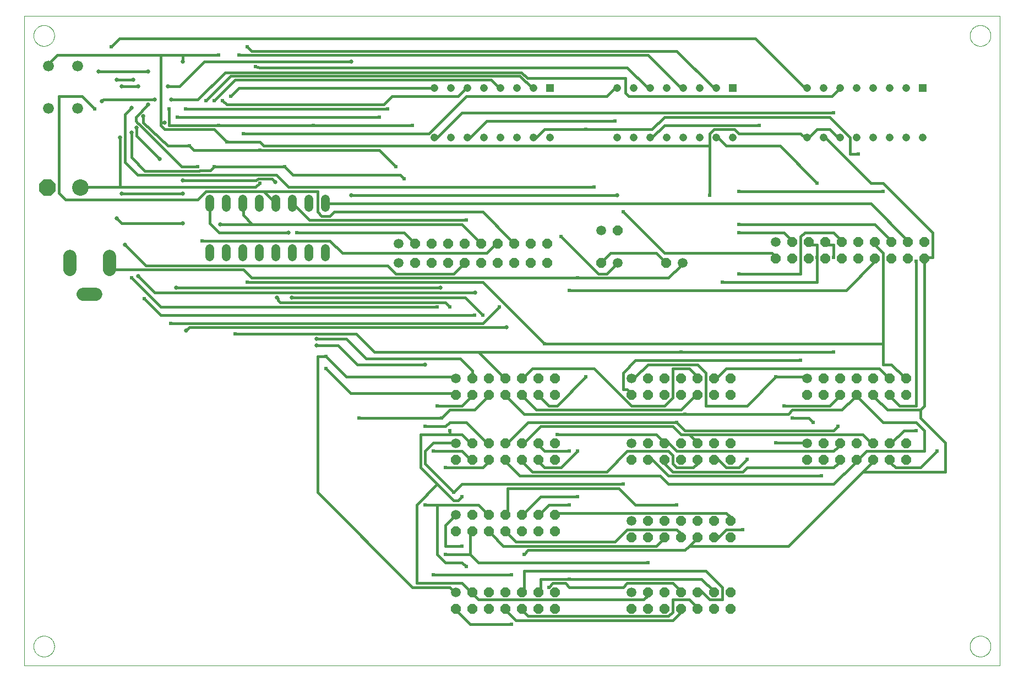
<source format=gbl>
G75*
%MOIN*%
%OFA0B0*%
%FSLAX25Y25*%
%IPPOS*%
%LPD*%
%AMOC8*
5,1,8,0,0,1.08239X$1,22.5*
%
%ADD10C,0.00000*%
%ADD11C,0.05200*%
%ADD12R,0.04756X0.04756*%
%ADD13C,0.04756*%
%ADD14C,0.10000*%
%ADD15OC8,0.10000*%
%ADD16C,0.06600*%
%ADD17C,0.07874*%
%ADD18C,0.05937*%
%ADD19OC8,0.05937*%
%ADD20C,0.02578*%
%ADD21C,0.01700*%
%ADD22C,0.01500*%
%ADD23C,0.02400*%
D10*
X0003630Y0001000D02*
X0003630Y0394701D01*
X0594181Y0394701D01*
X0594181Y0001000D01*
X0003630Y0001000D01*
X0009142Y0012811D02*
X0009144Y0012969D01*
X0009150Y0013127D01*
X0009160Y0013285D01*
X0009174Y0013443D01*
X0009192Y0013600D01*
X0009213Y0013757D01*
X0009239Y0013913D01*
X0009269Y0014069D01*
X0009302Y0014224D01*
X0009340Y0014377D01*
X0009381Y0014530D01*
X0009426Y0014682D01*
X0009475Y0014833D01*
X0009528Y0014982D01*
X0009584Y0015130D01*
X0009644Y0015276D01*
X0009708Y0015421D01*
X0009776Y0015564D01*
X0009847Y0015706D01*
X0009921Y0015846D01*
X0009999Y0015983D01*
X0010081Y0016119D01*
X0010165Y0016253D01*
X0010254Y0016384D01*
X0010345Y0016513D01*
X0010440Y0016640D01*
X0010537Y0016765D01*
X0010638Y0016887D01*
X0010742Y0017006D01*
X0010849Y0017123D01*
X0010959Y0017237D01*
X0011072Y0017348D01*
X0011187Y0017457D01*
X0011305Y0017562D01*
X0011426Y0017664D01*
X0011549Y0017764D01*
X0011675Y0017860D01*
X0011803Y0017953D01*
X0011933Y0018043D01*
X0012066Y0018129D01*
X0012201Y0018213D01*
X0012337Y0018292D01*
X0012476Y0018369D01*
X0012617Y0018441D01*
X0012759Y0018511D01*
X0012903Y0018576D01*
X0013049Y0018638D01*
X0013196Y0018696D01*
X0013345Y0018751D01*
X0013495Y0018802D01*
X0013646Y0018849D01*
X0013798Y0018892D01*
X0013951Y0018931D01*
X0014106Y0018967D01*
X0014261Y0018998D01*
X0014417Y0019026D01*
X0014573Y0019050D01*
X0014730Y0019070D01*
X0014888Y0019086D01*
X0015045Y0019098D01*
X0015204Y0019106D01*
X0015362Y0019110D01*
X0015520Y0019110D01*
X0015678Y0019106D01*
X0015837Y0019098D01*
X0015994Y0019086D01*
X0016152Y0019070D01*
X0016309Y0019050D01*
X0016465Y0019026D01*
X0016621Y0018998D01*
X0016776Y0018967D01*
X0016931Y0018931D01*
X0017084Y0018892D01*
X0017236Y0018849D01*
X0017387Y0018802D01*
X0017537Y0018751D01*
X0017686Y0018696D01*
X0017833Y0018638D01*
X0017979Y0018576D01*
X0018123Y0018511D01*
X0018265Y0018441D01*
X0018406Y0018369D01*
X0018545Y0018292D01*
X0018681Y0018213D01*
X0018816Y0018129D01*
X0018949Y0018043D01*
X0019079Y0017953D01*
X0019207Y0017860D01*
X0019333Y0017764D01*
X0019456Y0017664D01*
X0019577Y0017562D01*
X0019695Y0017457D01*
X0019810Y0017348D01*
X0019923Y0017237D01*
X0020033Y0017123D01*
X0020140Y0017006D01*
X0020244Y0016887D01*
X0020345Y0016765D01*
X0020442Y0016640D01*
X0020537Y0016513D01*
X0020628Y0016384D01*
X0020717Y0016253D01*
X0020801Y0016119D01*
X0020883Y0015983D01*
X0020961Y0015846D01*
X0021035Y0015706D01*
X0021106Y0015564D01*
X0021174Y0015421D01*
X0021238Y0015276D01*
X0021298Y0015130D01*
X0021354Y0014982D01*
X0021407Y0014833D01*
X0021456Y0014682D01*
X0021501Y0014530D01*
X0021542Y0014377D01*
X0021580Y0014224D01*
X0021613Y0014069D01*
X0021643Y0013913D01*
X0021669Y0013757D01*
X0021690Y0013600D01*
X0021708Y0013443D01*
X0021722Y0013285D01*
X0021732Y0013127D01*
X0021738Y0012969D01*
X0021740Y0012811D01*
X0021738Y0012653D01*
X0021732Y0012495D01*
X0021722Y0012337D01*
X0021708Y0012179D01*
X0021690Y0012022D01*
X0021669Y0011865D01*
X0021643Y0011709D01*
X0021613Y0011553D01*
X0021580Y0011398D01*
X0021542Y0011245D01*
X0021501Y0011092D01*
X0021456Y0010940D01*
X0021407Y0010789D01*
X0021354Y0010640D01*
X0021298Y0010492D01*
X0021238Y0010346D01*
X0021174Y0010201D01*
X0021106Y0010058D01*
X0021035Y0009916D01*
X0020961Y0009776D01*
X0020883Y0009639D01*
X0020801Y0009503D01*
X0020717Y0009369D01*
X0020628Y0009238D01*
X0020537Y0009109D01*
X0020442Y0008982D01*
X0020345Y0008857D01*
X0020244Y0008735D01*
X0020140Y0008616D01*
X0020033Y0008499D01*
X0019923Y0008385D01*
X0019810Y0008274D01*
X0019695Y0008165D01*
X0019577Y0008060D01*
X0019456Y0007958D01*
X0019333Y0007858D01*
X0019207Y0007762D01*
X0019079Y0007669D01*
X0018949Y0007579D01*
X0018816Y0007493D01*
X0018681Y0007409D01*
X0018545Y0007330D01*
X0018406Y0007253D01*
X0018265Y0007181D01*
X0018123Y0007111D01*
X0017979Y0007046D01*
X0017833Y0006984D01*
X0017686Y0006926D01*
X0017537Y0006871D01*
X0017387Y0006820D01*
X0017236Y0006773D01*
X0017084Y0006730D01*
X0016931Y0006691D01*
X0016776Y0006655D01*
X0016621Y0006624D01*
X0016465Y0006596D01*
X0016309Y0006572D01*
X0016152Y0006552D01*
X0015994Y0006536D01*
X0015837Y0006524D01*
X0015678Y0006516D01*
X0015520Y0006512D01*
X0015362Y0006512D01*
X0015204Y0006516D01*
X0015045Y0006524D01*
X0014888Y0006536D01*
X0014730Y0006552D01*
X0014573Y0006572D01*
X0014417Y0006596D01*
X0014261Y0006624D01*
X0014106Y0006655D01*
X0013951Y0006691D01*
X0013798Y0006730D01*
X0013646Y0006773D01*
X0013495Y0006820D01*
X0013345Y0006871D01*
X0013196Y0006926D01*
X0013049Y0006984D01*
X0012903Y0007046D01*
X0012759Y0007111D01*
X0012617Y0007181D01*
X0012476Y0007253D01*
X0012337Y0007330D01*
X0012201Y0007409D01*
X0012066Y0007493D01*
X0011933Y0007579D01*
X0011803Y0007669D01*
X0011675Y0007762D01*
X0011549Y0007858D01*
X0011426Y0007958D01*
X0011305Y0008060D01*
X0011187Y0008165D01*
X0011072Y0008274D01*
X0010959Y0008385D01*
X0010849Y0008499D01*
X0010742Y0008616D01*
X0010638Y0008735D01*
X0010537Y0008857D01*
X0010440Y0008982D01*
X0010345Y0009109D01*
X0010254Y0009238D01*
X0010165Y0009369D01*
X0010081Y0009503D01*
X0009999Y0009639D01*
X0009921Y0009776D01*
X0009847Y0009916D01*
X0009776Y0010058D01*
X0009708Y0010201D01*
X0009644Y0010346D01*
X0009584Y0010492D01*
X0009528Y0010640D01*
X0009475Y0010789D01*
X0009426Y0010940D01*
X0009381Y0011092D01*
X0009340Y0011245D01*
X0009302Y0011398D01*
X0009269Y0011553D01*
X0009239Y0011709D01*
X0009213Y0011865D01*
X0009192Y0012022D01*
X0009174Y0012179D01*
X0009160Y0012337D01*
X0009150Y0012495D01*
X0009144Y0012653D01*
X0009142Y0012811D01*
X0009142Y0382890D02*
X0009144Y0383048D01*
X0009150Y0383206D01*
X0009160Y0383364D01*
X0009174Y0383522D01*
X0009192Y0383679D01*
X0009213Y0383836D01*
X0009239Y0383992D01*
X0009269Y0384148D01*
X0009302Y0384303D01*
X0009340Y0384456D01*
X0009381Y0384609D01*
X0009426Y0384761D01*
X0009475Y0384912D01*
X0009528Y0385061D01*
X0009584Y0385209D01*
X0009644Y0385355D01*
X0009708Y0385500D01*
X0009776Y0385643D01*
X0009847Y0385785D01*
X0009921Y0385925D01*
X0009999Y0386062D01*
X0010081Y0386198D01*
X0010165Y0386332D01*
X0010254Y0386463D01*
X0010345Y0386592D01*
X0010440Y0386719D01*
X0010537Y0386844D01*
X0010638Y0386966D01*
X0010742Y0387085D01*
X0010849Y0387202D01*
X0010959Y0387316D01*
X0011072Y0387427D01*
X0011187Y0387536D01*
X0011305Y0387641D01*
X0011426Y0387743D01*
X0011549Y0387843D01*
X0011675Y0387939D01*
X0011803Y0388032D01*
X0011933Y0388122D01*
X0012066Y0388208D01*
X0012201Y0388292D01*
X0012337Y0388371D01*
X0012476Y0388448D01*
X0012617Y0388520D01*
X0012759Y0388590D01*
X0012903Y0388655D01*
X0013049Y0388717D01*
X0013196Y0388775D01*
X0013345Y0388830D01*
X0013495Y0388881D01*
X0013646Y0388928D01*
X0013798Y0388971D01*
X0013951Y0389010D01*
X0014106Y0389046D01*
X0014261Y0389077D01*
X0014417Y0389105D01*
X0014573Y0389129D01*
X0014730Y0389149D01*
X0014888Y0389165D01*
X0015045Y0389177D01*
X0015204Y0389185D01*
X0015362Y0389189D01*
X0015520Y0389189D01*
X0015678Y0389185D01*
X0015837Y0389177D01*
X0015994Y0389165D01*
X0016152Y0389149D01*
X0016309Y0389129D01*
X0016465Y0389105D01*
X0016621Y0389077D01*
X0016776Y0389046D01*
X0016931Y0389010D01*
X0017084Y0388971D01*
X0017236Y0388928D01*
X0017387Y0388881D01*
X0017537Y0388830D01*
X0017686Y0388775D01*
X0017833Y0388717D01*
X0017979Y0388655D01*
X0018123Y0388590D01*
X0018265Y0388520D01*
X0018406Y0388448D01*
X0018545Y0388371D01*
X0018681Y0388292D01*
X0018816Y0388208D01*
X0018949Y0388122D01*
X0019079Y0388032D01*
X0019207Y0387939D01*
X0019333Y0387843D01*
X0019456Y0387743D01*
X0019577Y0387641D01*
X0019695Y0387536D01*
X0019810Y0387427D01*
X0019923Y0387316D01*
X0020033Y0387202D01*
X0020140Y0387085D01*
X0020244Y0386966D01*
X0020345Y0386844D01*
X0020442Y0386719D01*
X0020537Y0386592D01*
X0020628Y0386463D01*
X0020717Y0386332D01*
X0020801Y0386198D01*
X0020883Y0386062D01*
X0020961Y0385925D01*
X0021035Y0385785D01*
X0021106Y0385643D01*
X0021174Y0385500D01*
X0021238Y0385355D01*
X0021298Y0385209D01*
X0021354Y0385061D01*
X0021407Y0384912D01*
X0021456Y0384761D01*
X0021501Y0384609D01*
X0021542Y0384456D01*
X0021580Y0384303D01*
X0021613Y0384148D01*
X0021643Y0383992D01*
X0021669Y0383836D01*
X0021690Y0383679D01*
X0021708Y0383522D01*
X0021722Y0383364D01*
X0021732Y0383206D01*
X0021738Y0383048D01*
X0021740Y0382890D01*
X0021738Y0382732D01*
X0021732Y0382574D01*
X0021722Y0382416D01*
X0021708Y0382258D01*
X0021690Y0382101D01*
X0021669Y0381944D01*
X0021643Y0381788D01*
X0021613Y0381632D01*
X0021580Y0381477D01*
X0021542Y0381324D01*
X0021501Y0381171D01*
X0021456Y0381019D01*
X0021407Y0380868D01*
X0021354Y0380719D01*
X0021298Y0380571D01*
X0021238Y0380425D01*
X0021174Y0380280D01*
X0021106Y0380137D01*
X0021035Y0379995D01*
X0020961Y0379855D01*
X0020883Y0379718D01*
X0020801Y0379582D01*
X0020717Y0379448D01*
X0020628Y0379317D01*
X0020537Y0379188D01*
X0020442Y0379061D01*
X0020345Y0378936D01*
X0020244Y0378814D01*
X0020140Y0378695D01*
X0020033Y0378578D01*
X0019923Y0378464D01*
X0019810Y0378353D01*
X0019695Y0378244D01*
X0019577Y0378139D01*
X0019456Y0378037D01*
X0019333Y0377937D01*
X0019207Y0377841D01*
X0019079Y0377748D01*
X0018949Y0377658D01*
X0018816Y0377572D01*
X0018681Y0377488D01*
X0018545Y0377409D01*
X0018406Y0377332D01*
X0018265Y0377260D01*
X0018123Y0377190D01*
X0017979Y0377125D01*
X0017833Y0377063D01*
X0017686Y0377005D01*
X0017537Y0376950D01*
X0017387Y0376899D01*
X0017236Y0376852D01*
X0017084Y0376809D01*
X0016931Y0376770D01*
X0016776Y0376734D01*
X0016621Y0376703D01*
X0016465Y0376675D01*
X0016309Y0376651D01*
X0016152Y0376631D01*
X0015994Y0376615D01*
X0015837Y0376603D01*
X0015678Y0376595D01*
X0015520Y0376591D01*
X0015362Y0376591D01*
X0015204Y0376595D01*
X0015045Y0376603D01*
X0014888Y0376615D01*
X0014730Y0376631D01*
X0014573Y0376651D01*
X0014417Y0376675D01*
X0014261Y0376703D01*
X0014106Y0376734D01*
X0013951Y0376770D01*
X0013798Y0376809D01*
X0013646Y0376852D01*
X0013495Y0376899D01*
X0013345Y0376950D01*
X0013196Y0377005D01*
X0013049Y0377063D01*
X0012903Y0377125D01*
X0012759Y0377190D01*
X0012617Y0377260D01*
X0012476Y0377332D01*
X0012337Y0377409D01*
X0012201Y0377488D01*
X0012066Y0377572D01*
X0011933Y0377658D01*
X0011803Y0377748D01*
X0011675Y0377841D01*
X0011549Y0377937D01*
X0011426Y0378037D01*
X0011305Y0378139D01*
X0011187Y0378244D01*
X0011072Y0378353D01*
X0010959Y0378464D01*
X0010849Y0378578D01*
X0010742Y0378695D01*
X0010638Y0378814D01*
X0010537Y0378936D01*
X0010440Y0379061D01*
X0010345Y0379188D01*
X0010254Y0379317D01*
X0010165Y0379448D01*
X0010081Y0379582D01*
X0009999Y0379718D01*
X0009921Y0379855D01*
X0009847Y0379995D01*
X0009776Y0380137D01*
X0009708Y0380280D01*
X0009644Y0380425D01*
X0009584Y0380571D01*
X0009528Y0380719D01*
X0009475Y0380868D01*
X0009426Y0381019D01*
X0009381Y0381171D01*
X0009340Y0381324D01*
X0009302Y0381477D01*
X0009269Y0381632D01*
X0009239Y0381788D01*
X0009213Y0381944D01*
X0009192Y0382101D01*
X0009174Y0382258D01*
X0009160Y0382416D01*
X0009150Y0382574D01*
X0009144Y0382732D01*
X0009142Y0382890D01*
X0576071Y0382890D02*
X0576073Y0383048D01*
X0576079Y0383206D01*
X0576089Y0383364D01*
X0576103Y0383522D01*
X0576121Y0383679D01*
X0576142Y0383836D01*
X0576168Y0383992D01*
X0576198Y0384148D01*
X0576231Y0384303D01*
X0576269Y0384456D01*
X0576310Y0384609D01*
X0576355Y0384761D01*
X0576404Y0384912D01*
X0576457Y0385061D01*
X0576513Y0385209D01*
X0576573Y0385355D01*
X0576637Y0385500D01*
X0576705Y0385643D01*
X0576776Y0385785D01*
X0576850Y0385925D01*
X0576928Y0386062D01*
X0577010Y0386198D01*
X0577094Y0386332D01*
X0577183Y0386463D01*
X0577274Y0386592D01*
X0577369Y0386719D01*
X0577466Y0386844D01*
X0577567Y0386966D01*
X0577671Y0387085D01*
X0577778Y0387202D01*
X0577888Y0387316D01*
X0578001Y0387427D01*
X0578116Y0387536D01*
X0578234Y0387641D01*
X0578355Y0387743D01*
X0578478Y0387843D01*
X0578604Y0387939D01*
X0578732Y0388032D01*
X0578862Y0388122D01*
X0578995Y0388208D01*
X0579130Y0388292D01*
X0579266Y0388371D01*
X0579405Y0388448D01*
X0579546Y0388520D01*
X0579688Y0388590D01*
X0579832Y0388655D01*
X0579978Y0388717D01*
X0580125Y0388775D01*
X0580274Y0388830D01*
X0580424Y0388881D01*
X0580575Y0388928D01*
X0580727Y0388971D01*
X0580880Y0389010D01*
X0581035Y0389046D01*
X0581190Y0389077D01*
X0581346Y0389105D01*
X0581502Y0389129D01*
X0581659Y0389149D01*
X0581817Y0389165D01*
X0581974Y0389177D01*
X0582133Y0389185D01*
X0582291Y0389189D01*
X0582449Y0389189D01*
X0582607Y0389185D01*
X0582766Y0389177D01*
X0582923Y0389165D01*
X0583081Y0389149D01*
X0583238Y0389129D01*
X0583394Y0389105D01*
X0583550Y0389077D01*
X0583705Y0389046D01*
X0583860Y0389010D01*
X0584013Y0388971D01*
X0584165Y0388928D01*
X0584316Y0388881D01*
X0584466Y0388830D01*
X0584615Y0388775D01*
X0584762Y0388717D01*
X0584908Y0388655D01*
X0585052Y0388590D01*
X0585194Y0388520D01*
X0585335Y0388448D01*
X0585474Y0388371D01*
X0585610Y0388292D01*
X0585745Y0388208D01*
X0585878Y0388122D01*
X0586008Y0388032D01*
X0586136Y0387939D01*
X0586262Y0387843D01*
X0586385Y0387743D01*
X0586506Y0387641D01*
X0586624Y0387536D01*
X0586739Y0387427D01*
X0586852Y0387316D01*
X0586962Y0387202D01*
X0587069Y0387085D01*
X0587173Y0386966D01*
X0587274Y0386844D01*
X0587371Y0386719D01*
X0587466Y0386592D01*
X0587557Y0386463D01*
X0587646Y0386332D01*
X0587730Y0386198D01*
X0587812Y0386062D01*
X0587890Y0385925D01*
X0587964Y0385785D01*
X0588035Y0385643D01*
X0588103Y0385500D01*
X0588167Y0385355D01*
X0588227Y0385209D01*
X0588283Y0385061D01*
X0588336Y0384912D01*
X0588385Y0384761D01*
X0588430Y0384609D01*
X0588471Y0384456D01*
X0588509Y0384303D01*
X0588542Y0384148D01*
X0588572Y0383992D01*
X0588598Y0383836D01*
X0588619Y0383679D01*
X0588637Y0383522D01*
X0588651Y0383364D01*
X0588661Y0383206D01*
X0588667Y0383048D01*
X0588669Y0382890D01*
X0588667Y0382732D01*
X0588661Y0382574D01*
X0588651Y0382416D01*
X0588637Y0382258D01*
X0588619Y0382101D01*
X0588598Y0381944D01*
X0588572Y0381788D01*
X0588542Y0381632D01*
X0588509Y0381477D01*
X0588471Y0381324D01*
X0588430Y0381171D01*
X0588385Y0381019D01*
X0588336Y0380868D01*
X0588283Y0380719D01*
X0588227Y0380571D01*
X0588167Y0380425D01*
X0588103Y0380280D01*
X0588035Y0380137D01*
X0587964Y0379995D01*
X0587890Y0379855D01*
X0587812Y0379718D01*
X0587730Y0379582D01*
X0587646Y0379448D01*
X0587557Y0379317D01*
X0587466Y0379188D01*
X0587371Y0379061D01*
X0587274Y0378936D01*
X0587173Y0378814D01*
X0587069Y0378695D01*
X0586962Y0378578D01*
X0586852Y0378464D01*
X0586739Y0378353D01*
X0586624Y0378244D01*
X0586506Y0378139D01*
X0586385Y0378037D01*
X0586262Y0377937D01*
X0586136Y0377841D01*
X0586008Y0377748D01*
X0585878Y0377658D01*
X0585745Y0377572D01*
X0585610Y0377488D01*
X0585474Y0377409D01*
X0585335Y0377332D01*
X0585194Y0377260D01*
X0585052Y0377190D01*
X0584908Y0377125D01*
X0584762Y0377063D01*
X0584615Y0377005D01*
X0584466Y0376950D01*
X0584316Y0376899D01*
X0584165Y0376852D01*
X0584013Y0376809D01*
X0583860Y0376770D01*
X0583705Y0376734D01*
X0583550Y0376703D01*
X0583394Y0376675D01*
X0583238Y0376651D01*
X0583081Y0376631D01*
X0582923Y0376615D01*
X0582766Y0376603D01*
X0582607Y0376595D01*
X0582449Y0376591D01*
X0582291Y0376591D01*
X0582133Y0376595D01*
X0581974Y0376603D01*
X0581817Y0376615D01*
X0581659Y0376631D01*
X0581502Y0376651D01*
X0581346Y0376675D01*
X0581190Y0376703D01*
X0581035Y0376734D01*
X0580880Y0376770D01*
X0580727Y0376809D01*
X0580575Y0376852D01*
X0580424Y0376899D01*
X0580274Y0376950D01*
X0580125Y0377005D01*
X0579978Y0377063D01*
X0579832Y0377125D01*
X0579688Y0377190D01*
X0579546Y0377260D01*
X0579405Y0377332D01*
X0579266Y0377409D01*
X0579130Y0377488D01*
X0578995Y0377572D01*
X0578862Y0377658D01*
X0578732Y0377748D01*
X0578604Y0377841D01*
X0578478Y0377937D01*
X0578355Y0378037D01*
X0578234Y0378139D01*
X0578116Y0378244D01*
X0578001Y0378353D01*
X0577888Y0378464D01*
X0577778Y0378578D01*
X0577671Y0378695D01*
X0577567Y0378814D01*
X0577466Y0378936D01*
X0577369Y0379061D01*
X0577274Y0379188D01*
X0577183Y0379317D01*
X0577094Y0379448D01*
X0577010Y0379582D01*
X0576928Y0379718D01*
X0576850Y0379855D01*
X0576776Y0379995D01*
X0576705Y0380137D01*
X0576637Y0380280D01*
X0576573Y0380425D01*
X0576513Y0380571D01*
X0576457Y0380719D01*
X0576404Y0380868D01*
X0576355Y0381019D01*
X0576310Y0381171D01*
X0576269Y0381324D01*
X0576231Y0381477D01*
X0576198Y0381632D01*
X0576168Y0381788D01*
X0576142Y0381944D01*
X0576121Y0382101D01*
X0576103Y0382258D01*
X0576089Y0382416D01*
X0576079Y0382574D01*
X0576073Y0382732D01*
X0576071Y0382890D01*
X0576071Y0012811D02*
X0576073Y0012969D01*
X0576079Y0013127D01*
X0576089Y0013285D01*
X0576103Y0013443D01*
X0576121Y0013600D01*
X0576142Y0013757D01*
X0576168Y0013913D01*
X0576198Y0014069D01*
X0576231Y0014224D01*
X0576269Y0014377D01*
X0576310Y0014530D01*
X0576355Y0014682D01*
X0576404Y0014833D01*
X0576457Y0014982D01*
X0576513Y0015130D01*
X0576573Y0015276D01*
X0576637Y0015421D01*
X0576705Y0015564D01*
X0576776Y0015706D01*
X0576850Y0015846D01*
X0576928Y0015983D01*
X0577010Y0016119D01*
X0577094Y0016253D01*
X0577183Y0016384D01*
X0577274Y0016513D01*
X0577369Y0016640D01*
X0577466Y0016765D01*
X0577567Y0016887D01*
X0577671Y0017006D01*
X0577778Y0017123D01*
X0577888Y0017237D01*
X0578001Y0017348D01*
X0578116Y0017457D01*
X0578234Y0017562D01*
X0578355Y0017664D01*
X0578478Y0017764D01*
X0578604Y0017860D01*
X0578732Y0017953D01*
X0578862Y0018043D01*
X0578995Y0018129D01*
X0579130Y0018213D01*
X0579266Y0018292D01*
X0579405Y0018369D01*
X0579546Y0018441D01*
X0579688Y0018511D01*
X0579832Y0018576D01*
X0579978Y0018638D01*
X0580125Y0018696D01*
X0580274Y0018751D01*
X0580424Y0018802D01*
X0580575Y0018849D01*
X0580727Y0018892D01*
X0580880Y0018931D01*
X0581035Y0018967D01*
X0581190Y0018998D01*
X0581346Y0019026D01*
X0581502Y0019050D01*
X0581659Y0019070D01*
X0581817Y0019086D01*
X0581974Y0019098D01*
X0582133Y0019106D01*
X0582291Y0019110D01*
X0582449Y0019110D01*
X0582607Y0019106D01*
X0582766Y0019098D01*
X0582923Y0019086D01*
X0583081Y0019070D01*
X0583238Y0019050D01*
X0583394Y0019026D01*
X0583550Y0018998D01*
X0583705Y0018967D01*
X0583860Y0018931D01*
X0584013Y0018892D01*
X0584165Y0018849D01*
X0584316Y0018802D01*
X0584466Y0018751D01*
X0584615Y0018696D01*
X0584762Y0018638D01*
X0584908Y0018576D01*
X0585052Y0018511D01*
X0585194Y0018441D01*
X0585335Y0018369D01*
X0585474Y0018292D01*
X0585610Y0018213D01*
X0585745Y0018129D01*
X0585878Y0018043D01*
X0586008Y0017953D01*
X0586136Y0017860D01*
X0586262Y0017764D01*
X0586385Y0017664D01*
X0586506Y0017562D01*
X0586624Y0017457D01*
X0586739Y0017348D01*
X0586852Y0017237D01*
X0586962Y0017123D01*
X0587069Y0017006D01*
X0587173Y0016887D01*
X0587274Y0016765D01*
X0587371Y0016640D01*
X0587466Y0016513D01*
X0587557Y0016384D01*
X0587646Y0016253D01*
X0587730Y0016119D01*
X0587812Y0015983D01*
X0587890Y0015846D01*
X0587964Y0015706D01*
X0588035Y0015564D01*
X0588103Y0015421D01*
X0588167Y0015276D01*
X0588227Y0015130D01*
X0588283Y0014982D01*
X0588336Y0014833D01*
X0588385Y0014682D01*
X0588430Y0014530D01*
X0588471Y0014377D01*
X0588509Y0014224D01*
X0588542Y0014069D01*
X0588572Y0013913D01*
X0588598Y0013757D01*
X0588619Y0013600D01*
X0588637Y0013443D01*
X0588651Y0013285D01*
X0588661Y0013127D01*
X0588667Y0012969D01*
X0588669Y0012811D01*
X0588667Y0012653D01*
X0588661Y0012495D01*
X0588651Y0012337D01*
X0588637Y0012179D01*
X0588619Y0012022D01*
X0588598Y0011865D01*
X0588572Y0011709D01*
X0588542Y0011553D01*
X0588509Y0011398D01*
X0588471Y0011245D01*
X0588430Y0011092D01*
X0588385Y0010940D01*
X0588336Y0010789D01*
X0588283Y0010640D01*
X0588227Y0010492D01*
X0588167Y0010346D01*
X0588103Y0010201D01*
X0588035Y0010058D01*
X0587964Y0009916D01*
X0587890Y0009776D01*
X0587812Y0009639D01*
X0587730Y0009503D01*
X0587646Y0009369D01*
X0587557Y0009238D01*
X0587466Y0009109D01*
X0587371Y0008982D01*
X0587274Y0008857D01*
X0587173Y0008735D01*
X0587069Y0008616D01*
X0586962Y0008499D01*
X0586852Y0008385D01*
X0586739Y0008274D01*
X0586624Y0008165D01*
X0586506Y0008060D01*
X0586385Y0007958D01*
X0586262Y0007858D01*
X0586136Y0007762D01*
X0586008Y0007669D01*
X0585878Y0007579D01*
X0585745Y0007493D01*
X0585610Y0007409D01*
X0585474Y0007330D01*
X0585335Y0007253D01*
X0585194Y0007181D01*
X0585052Y0007111D01*
X0584908Y0007046D01*
X0584762Y0006984D01*
X0584615Y0006926D01*
X0584466Y0006871D01*
X0584316Y0006820D01*
X0584165Y0006773D01*
X0584013Y0006730D01*
X0583860Y0006691D01*
X0583705Y0006655D01*
X0583550Y0006624D01*
X0583394Y0006596D01*
X0583238Y0006572D01*
X0583081Y0006552D01*
X0582923Y0006536D01*
X0582766Y0006524D01*
X0582607Y0006516D01*
X0582449Y0006512D01*
X0582291Y0006512D01*
X0582133Y0006516D01*
X0581974Y0006524D01*
X0581817Y0006536D01*
X0581659Y0006552D01*
X0581502Y0006572D01*
X0581346Y0006596D01*
X0581190Y0006624D01*
X0581035Y0006655D01*
X0580880Y0006691D01*
X0580727Y0006730D01*
X0580575Y0006773D01*
X0580424Y0006820D01*
X0580274Y0006871D01*
X0580125Y0006926D01*
X0579978Y0006984D01*
X0579832Y0007046D01*
X0579688Y0007111D01*
X0579546Y0007181D01*
X0579405Y0007253D01*
X0579266Y0007330D01*
X0579130Y0007409D01*
X0578995Y0007493D01*
X0578862Y0007579D01*
X0578732Y0007669D01*
X0578604Y0007762D01*
X0578478Y0007858D01*
X0578355Y0007958D01*
X0578234Y0008060D01*
X0578116Y0008165D01*
X0578001Y0008274D01*
X0577888Y0008385D01*
X0577778Y0008499D01*
X0577671Y0008616D01*
X0577567Y0008735D01*
X0577466Y0008857D01*
X0577369Y0008982D01*
X0577274Y0009109D01*
X0577183Y0009238D01*
X0577094Y0009369D01*
X0577010Y0009503D01*
X0576928Y0009639D01*
X0576850Y0009776D01*
X0576776Y0009916D01*
X0576705Y0010058D01*
X0576637Y0010201D01*
X0576573Y0010346D01*
X0576513Y0010492D01*
X0576457Y0010640D01*
X0576404Y0010789D01*
X0576355Y0010940D01*
X0576310Y0011092D01*
X0576269Y0011245D01*
X0576231Y0011398D01*
X0576198Y0011553D01*
X0576168Y0011709D01*
X0576142Y0011865D01*
X0576121Y0012022D01*
X0576103Y0012179D01*
X0576089Y0012337D01*
X0576079Y0012495D01*
X0576073Y0012653D01*
X0576071Y0012811D01*
D11*
X0185874Y0248715D02*
X0185874Y0253915D01*
X0175874Y0253915D02*
X0175874Y0248715D01*
X0165874Y0248715D02*
X0165874Y0253915D01*
X0155874Y0253915D02*
X0155874Y0248715D01*
X0145874Y0248715D02*
X0145874Y0253915D01*
X0135874Y0253915D02*
X0135874Y0248715D01*
X0125874Y0248715D02*
X0125874Y0253915D01*
X0115874Y0253915D02*
X0115874Y0248715D01*
X0115874Y0278715D02*
X0115874Y0283915D01*
X0125874Y0283915D02*
X0125874Y0278715D01*
X0135874Y0278715D02*
X0135874Y0283915D01*
X0145874Y0283915D02*
X0145874Y0278715D01*
X0155874Y0278715D02*
X0155874Y0283915D01*
X0165874Y0283915D02*
X0165874Y0278715D01*
X0175874Y0278715D02*
X0175874Y0283915D01*
X0185874Y0283915D02*
X0185874Y0278715D01*
D12*
X0321937Y0351000D03*
X0432685Y0351000D03*
X0547370Y0351000D03*
D13*
X0537370Y0351000D03*
X0527370Y0351000D03*
X0517370Y0351000D03*
X0507370Y0351000D03*
X0497370Y0351000D03*
X0487370Y0351000D03*
X0477370Y0351000D03*
X0477370Y0321000D03*
X0487370Y0321000D03*
X0497370Y0321000D03*
X0507370Y0321000D03*
X0517370Y0321000D03*
X0527370Y0321000D03*
X0537370Y0321000D03*
X0547370Y0321000D03*
X0432685Y0321000D03*
X0422685Y0321000D03*
X0412685Y0321000D03*
X0402685Y0321000D03*
X0392685Y0321000D03*
X0382685Y0321000D03*
X0372685Y0321000D03*
X0362685Y0321000D03*
X0321937Y0321000D03*
X0311937Y0321000D03*
X0301937Y0321000D03*
X0291937Y0321000D03*
X0281937Y0321000D03*
X0271937Y0321000D03*
X0261937Y0321000D03*
X0251937Y0321000D03*
X0251937Y0351000D03*
X0261937Y0351000D03*
X0271937Y0351000D03*
X0281937Y0351000D03*
X0291937Y0351000D03*
X0301937Y0351000D03*
X0311937Y0351000D03*
X0362685Y0351000D03*
X0372685Y0351000D03*
X0382685Y0351000D03*
X0392685Y0351000D03*
X0402685Y0351000D03*
X0412685Y0351000D03*
X0422685Y0351000D03*
D14*
X0037606Y0290961D03*
D15*
X0017606Y0290961D03*
D16*
X0018052Y0338931D03*
X0035852Y0338931D03*
X0035852Y0364531D03*
X0018052Y0364531D03*
D17*
X0031189Y0249031D02*
X0031189Y0241157D01*
X0039063Y0226197D02*
X0046937Y0226197D01*
X0055205Y0241157D02*
X0055205Y0249031D01*
D18*
X0230283Y0245094D03*
X0230283Y0256906D03*
X0264969Y0175291D03*
X0264969Y0135921D03*
X0264969Y0092614D03*
X0264969Y0045370D03*
X0371268Y0045370D03*
X0371268Y0088677D03*
X0371268Y0135921D03*
X0371268Y0175291D03*
X0362961Y0245094D03*
X0352961Y0264780D03*
X0402331Y0245094D03*
X0458630Y0257969D03*
X0477567Y0175291D03*
X0477567Y0135921D03*
D19*
X0487567Y0135921D03*
X0497567Y0135921D03*
X0507567Y0135921D03*
X0517567Y0135921D03*
X0527567Y0135921D03*
X0537567Y0135921D03*
X0537567Y0125921D03*
X0527567Y0125921D03*
X0517567Y0125921D03*
X0507567Y0125921D03*
X0497567Y0125921D03*
X0487567Y0125921D03*
X0477567Y0125921D03*
X0431268Y0125921D03*
X0421268Y0125921D03*
X0411268Y0125921D03*
X0401268Y0125921D03*
X0391268Y0125921D03*
X0381268Y0125921D03*
X0371268Y0125921D03*
X0381268Y0135921D03*
X0391268Y0135921D03*
X0401268Y0135921D03*
X0411268Y0135921D03*
X0421268Y0135921D03*
X0431268Y0135921D03*
X0431268Y0165291D03*
X0421268Y0165291D03*
X0411268Y0165291D03*
X0401268Y0165291D03*
X0391268Y0165291D03*
X0381268Y0165291D03*
X0371268Y0165291D03*
X0381268Y0175291D03*
X0391268Y0175291D03*
X0401268Y0175291D03*
X0411268Y0175291D03*
X0421268Y0175291D03*
X0431268Y0175291D03*
X0477567Y0165291D03*
X0487567Y0165291D03*
X0497567Y0165291D03*
X0507567Y0165291D03*
X0517567Y0165291D03*
X0527567Y0165291D03*
X0537567Y0165291D03*
X0537567Y0175291D03*
X0527567Y0175291D03*
X0517567Y0175291D03*
X0507567Y0175291D03*
X0497567Y0175291D03*
X0487567Y0175291D03*
X0392331Y0245094D03*
X0362961Y0264780D03*
X0352961Y0245094D03*
X0320283Y0245094D03*
X0310283Y0245094D03*
X0300283Y0245094D03*
X0290283Y0245094D03*
X0280283Y0245094D03*
X0270283Y0245094D03*
X0260283Y0245094D03*
X0250283Y0245094D03*
X0240283Y0245094D03*
X0240283Y0256906D03*
X0250283Y0256906D03*
X0260283Y0256906D03*
X0270283Y0256906D03*
X0280283Y0256906D03*
X0290283Y0256906D03*
X0300283Y0256906D03*
X0310283Y0256906D03*
X0320283Y0256906D03*
X0324969Y0175291D03*
X0314969Y0175291D03*
X0304969Y0175291D03*
X0294969Y0175291D03*
X0284969Y0175291D03*
X0274969Y0175291D03*
X0274969Y0165291D03*
X0284969Y0165291D03*
X0294969Y0165291D03*
X0304969Y0165291D03*
X0314969Y0165291D03*
X0324969Y0165291D03*
X0324969Y0135921D03*
X0314969Y0135921D03*
X0304969Y0135921D03*
X0294969Y0135921D03*
X0284969Y0135921D03*
X0274969Y0135921D03*
X0274969Y0125921D03*
X0284969Y0125921D03*
X0294969Y0125921D03*
X0304969Y0125921D03*
X0314969Y0125921D03*
X0324969Y0125921D03*
X0324969Y0092614D03*
X0314969Y0092614D03*
X0304969Y0092614D03*
X0294969Y0092614D03*
X0284969Y0092614D03*
X0274969Y0092614D03*
X0274969Y0082614D03*
X0284969Y0082614D03*
X0294969Y0082614D03*
X0304969Y0082614D03*
X0314969Y0082614D03*
X0324969Y0082614D03*
X0371268Y0078677D03*
X0381268Y0078677D03*
X0391268Y0078677D03*
X0401268Y0078677D03*
X0411268Y0078677D03*
X0421268Y0078677D03*
X0431268Y0078677D03*
X0431268Y0088677D03*
X0421268Y0088677D03*
X0411268Y0088677D03*
X0401268Y0088677D03*
X0391268Y0088677D03*
X0381268Y0088677D03*
X0381268Y0045370D03*
X0391268Y0045370D03*
X0401268Y0045370D03*
X0411268Y0045370D03*
X0421268Y0045370D03*
X0431268Y0045370D03*
X0431268Y0035370D03*
X0421268Y0035370D03*
X0411268Y0035370D03*
X0401268Y0035370D03*
X0391268Y0035370D03*
X0381268Y0035370D03*
X0371268Y0035370D03*
X0324969Y0035370D03*
X0314969Y0035370D03*
X0304969Y0035370D03*
X0294969Y0035370D03*
X0284969Y0035370D03*
X0274969Y0035370D03*
X0264969Y0035370D03*
X0274969Y0045370D03*
X0284969Y0045370D03*
X0294969Y0045370D03*
X0304969Y0045370D03*
X0314969Y0045370D03*
X0324969Y0045370D03*
X0264969Y0082614D03*
X0264969Y0125921D03*
X0264969Y0165291D03*
X0458630Y0247969D03*
X0468630Y0247969D03*
X0468630Y0257969D03*
X0478630Y0257969D03*
X0488630Y0257969D03*
X0498630Y0257969D03*
X0508630Y0257969D03*
X0518630Y0257969D03*
X0528630Y0257969D03*
X0538630Y0257969D03*
X0548630Y0257969D03*
X0548630Y0247969D03*
X0538630Y0247969D03*
X0528630Y0247969D03*
X0518630Y0247969D03*
X0508630Y0247969D03*
X0498630Y0247969D03*
X0488630Y0247969D03*
X0478630Y0247969D03*
D20*
X0362630Y0286000D03*
X0276630Y0227000D03*
X0255630Y0230000D03*
X0295630Y0206000D03*
X0246130Y0183500D03*
X0180630Y0195000D03*
X0180630Y0199000D03*
X0165630Y0224000D03*
X0156630Y0224000D03*
X0101630Y0204000D03*
X0095630Y0230000D03*
X0072630Y0237000D03*
X0064630Y0256000D03*
X0059630Y0272000D03*
X0062630Y0287000D03*
X0085630Y0308000D03*
X0099630Y0295000D03*
X0099630Y0287000D03*
X0099630Y0269000D03*
X0122130Y0268500D03*
X0155630Y0294000D03*
X0163630Y0263500D03*
X0201630Y0286000D03*
X0092630Y0344000D03*
X0090630Y0352000D03*
X0082630Y0344000D03*
X0078630Y0341000D03*
X0075630Y0334000D03*
X0071630Y0327000D03*
X0068630Y0324000D03*
X0061630Y0321000D03*
X0088491Y0330000D03*
X0068630Y0339000D03*
X0072630Y0352000D03*
X0069630Y0356000D03*
X0062630Y0352000D03*
X0059630Y0356000D03*
X0048630Y0361000D03*
X0050630Y0343000D03*
X0078630Y0361000D03*
X0099630Y0367000D03*
X0201630Y0367000D03*
D21*
X0099630Y0367000D02*
X0099630Y0371000D01*
X0078630Y0361000D02*
X0048630Y0361000D01*
X0059630Y0356000D02*
X0069630Y0356000D01*
X0072630Y0352000D02*
X0062630Y0352000D01*
D22*
X0051630Y0344000D02*
X0050630Y0343000D01*
X0051630Y0344000D02*
X0082630Y0344000D01*
X0078630Y0341000D02*
X0071130Y0333500D01*
X0071130Y0331000D01*
X0072491Y0329639D01*
X0072723Y0329639D01*
X0098862Y0303500D01*
X0108630Y0303500D01*
X0109736Y0301000D02*
X0116130Y0301000D01*
X0118630Y0303500D01*
X0161130Y0303500D01*
X0166130Y0298500D01*
X0231130Y0298500D01*
X0233630Y0296000D01*
X0228630Y0303500D02*
X0218630Y0313500D01*
X0146130Y0313500D01*
X0106130Y0313500D01*
X0103630Y0316000D01*
X0090630Y0316000D01*
X0075630Y0330000D01*
X0075630Y0334000D01*
X0071630Y0327000D02*
X0071630Y0322000D01*
X0074630Y0319000D01*
X0075630Y0318000D01*
X0085630Y0308000D01*
X0076680Y0300950D02*
X0109686Y0300950D01*
X0109736Y0301000D01*
X0099630Y0295000D02*
X0144024Y0295000D01*
X0145074Y0296050D01*
X0153580Y0296050D01*
X0155630Y0294000D01*
X0156130Y0298500D02*
X0072130Y0298500D01*
X0064630Y0306000D01*
X0064630Y0335000D01*
X0068630Y0339000D01*
X0086130Y0339000D02*
X0086130Y0330000D01*
X0088491Y0330000D01*
X0086130Y0330000D02*
X0086130Y0328500D01*
X0088630Y0326000D01*
X0118630Y0326000D01*
X0126130Y0318500D01*
X0146130Y0318500D01*
X0148630Y0316000D01*
X0418630Y0316000D01*
X0418630Y0323500D01*
X0421130Y0326000D01*
X0433630Y0326000D01*
X0436130Y0323500D01*
X0473630Y0323500D01*
X0476130Y0321000D01*
X0477370Y0321000D01*
X0478630Y0321000D01*
X0483630Y0326000D01*
X0491130Y0326000D01*
X0496130Y0321000D01*
X0497370Y0321000D01*
X0503630Y0321000D02*
X0503630Y0311000D01*
X0508630Y0311000D01*
X0503630Y0321000D02*
X0491130Y0333500D01*
X0391130Y0333500D01*
X0383630Y0326000D01*
X0343630Y0326000D01*
X0318630Y0326000D01*
X0313630Y0321000D01*
X0311937Y0321000D01*
X0283630Y0331000D02*
X0361130Y0331000D01*
X0356130Y0346000D02*
X0361130Y0351000D01*
X0362685Y0351000D01*
X0367630Y0348000D02*
X0367630Y0357000D01*
X0308100Y0357000D01*
X0304500Y0360600D01*
X0125230Y0360600D01*
X0108630Y0344000D01*
X0092630Y0344000D01*
X0091130Y0338500D02*
X0091130Y0328500D01*
X0121130Y0328500D01*
X0178630Y0328500D01*
X0238630Y0328500D01*
X0248630Y0323500D02*
X0271130Y0346000D01*
X0356130Y0346000D01*
X0367630Y0348000D02*
X0369630Y0346000D01*
X0492370Y0346000D01*
X0497370Y0351000D01*
X0477370Y0351000D02*
X0476130Y0351000D01*
X0446130Y0381000D01*
X0061130Y0381000D01*
X0056130Y0376000D01*
X0086130Y0371000D02*
X0086130Y0339000D01*
X0096130Y0333500D02*
X0218630Y0333500D01*
X0223630Y0338500D02*
X0101130Y0338500D01*
X0113630Y0343500D02*
X0128630Y0358500D01*
X0303630Y0358500D01*
X0311130Y0351000D01*
X0311937Y0351000D01*
X0291937Y0351000D02*
X0291130Y0351000D01*
X0286130Y0356000D01*
X0131130Y0356000D01*
X0118630Y0343500D01*
X0123630Y0343500D02*
X0126130Y0341000D01*
X0221130Y0341000D01*
X0226130Y0346000D01*
X0266130Y0346000D01*
X0271130Y0351000D01*
X0271937Y0351000D01*
X0251937Y0351000D02*
X0133630Y0351000D01*
X0128630Y0346000D01*
X0143630Y0364000D02*
X0146130Y0363500D01*
X0368630Y0363500D01*
X0381130Y0351000D01*
X0382685Y0351000D01*
X0401130Y0351000D02*
X0402685Y0351000D01*
X0401130Y0351000D02*
X0381130Y0371000D01*
X0133630Y0371000D01*
X0138630Y0376000D02*
X0141130Y0373500D01*
X0398630Y0373500D01*
X0421130Y0351000D01*
X0422685Y0351000D01*
X0448630Y0328500D02*
X0391130Y0328500D01*
X0383630Y0321000D01*
X0382685Y0321000D01*
X0418630Y0316000D02*
X0418630Y0286000D01*
X0436130Y0288500D02*
X0523630Y0288500D01*
X0523630Y0293500D02*
X0516130Y0293500D01*
X0488630Y0321000D01*
X0487370Y0321000D01*
X0493630Y0336000D02*
X0268630Y0336000D01*
X0253630Y0321000D01*
X0251937Y0321000D01*
X0248630Y0323500D02*
X0136130Y0323500D01*
X0156130Y0298500D02*
X0163630Y0291000D01*
X0348630Y0291000D01*
X0362630Y0286000D02*
X0201630Y0286000D01*
X0191130Y0276000D02*
X0188630Y0273500D01*
X0183630Y0273500D01*
X0181130Y0276000D01*
X0181130Y0288500D01*
X0148630Y0288500D01*
X0153630Y0283500D01*
X0155874Y0281315D01*
X0165874Y0281315D02*
X0166130Y0281000D01*
X0176130Y0271000D01*
X0271130Y0271000D01*
X0268630Y0268500D02*
X0278630Y0258500D01*
X0280283Y0256906D01*
X0283630Y0251000D02*
X0196130Y0251000D01*
X0188630Y0258500D01*
X0111130Y0258500D01*
X0121630Y0263500D02*
X0115874Y0269256D01*
X0115874Y0281315D01*
X0113630Y0288500D02*
X0108630Y0283500D01*
X0028630Y0283500D01*
X0024630Y0287500D01*
X0024630Y0346000D01*
X0038630Y0346000D01*
X0046130Y0338500D01*
X0068630Y0324000D02*
X0068630Y0309000D01*
X0076680Y0300950D01*
X0061630Y0291000D02*
X0061630Y0321000D01*
X0061630Y0291000D02*
X0038630Y0291000D01*
X0037606Y0290961D01*
X0061630Y0291000D02*
X0143630Y0291000D01*
X0146130Y0293500D01*
X0148630Y0288500D02*
X0113630Y0288500D01*
X0099630Y0287000D02*
X0062630Y0287000D01*
X0059630Y0272000D02*
X0062630Y0269000D01*
X0099630Y0269000D01*
X0122130Y0268500D02*
X0141630Y0268500D01*
X0136130Y0274000D01*
X0136130Y0281000D01*
X0135874Y0281315D01*
X0141630Y0268500D02*
X0268630Y0268500D01*
X0281130Y0276000D02*
X0191130Y0276000D01*
X0186130Y0281000D02*
X0185874Y0281315D01*
X0186130Y0281000D02*
X0516130Y0281000D01*
X0538630Y0258500D01*
X0538630Y0257969D01*
X0528630Y0257969D02*
X0528630Y0258500D01*
X0518630Y0268500D01*
X0436130Y0268500D01*
X0436130Y0263500D02*
X0463630Y0263500D01*
X0468630Y0258500D01*
X0468630Y0257969D01*
X0473630Y0261000D02*
X0473630Y0238500D01*
X0436130Y0238500D01*
X0426130Y0233500D02*
X0483630Y0233500D01*
X0483630Y0248500D01*
X0483630Y0256000D01*
X0478630Y0256000D01*
X0478630Y0257969D01*
X0473630Y0261000D02*
X0476130Y0263500D01*
X0493630Y0263500D01*
X0498630Y0258500D01*
X0498630Y0257969D01*
X0493630Y0256000D02*
X0488630Y0256000D01*
X0488630Y0257969D01*
X0493630Y0256000D02*
X0493630Y0248500D01*
X0501130Y0228500D02*
X0333630Y0228500D01*
X0338630Y0236000D02*
X0393630Y0236000D01*
X0401130Y0243500D01*
X0402331Y0245094D01*
X0392331Y0245094D02*
X0391130Y0246000D01*
X0386130Y0251000D01*
X0358630Y0251000D01*
X0353630Y0246000D01*
X0352961Y0245094D01*
X0356130Y0238500D02*
X0361130Y0243500D01*
X0362961Y0245094D01*
X0356130Y0238500D02*
X0351130Y0238500D01*
X0328630Y0261000D01*
X0300283Y0256906D02*
X0298630Y0258500D01*
X0281130Y0276000D01*
X0290283Y0256906D02*
X0288630Y0256000D01*
X0283630Y0251000D01*
X0270283Y0245094D02*
X0268630Y0243500D01*
X0263630Y0238500D01*
X0228630Y0238500D01*
X0223630Y0243500D01*
X0077130Y0243500D01*
X0064630Y0256000D01*
X0055205Y0245094D02*
X0056130Y0243500D01*
X0058630Y0241000D01*
X0136130Y0241000D01*
X0141130Y0236000D01*
X0338630Y0236000D01*
X0291130Y0218500D02*
X0281130Y0208500D01*
X0092130Y0208500D01*
X0086130Y0213500D02*
X0276130Y0213500D01*
X0281130Y0213500D02*
X0270630Y0224000D01*
X0165630Y0224000D01*
X0158630Y0221000D02*
X0157130Y0222500D01*
X0157130Y0223500D01*
X0156630Y0224000D01*
X0158630Y0221000D02*
X0252524Y0221000D01*
X0252574Y0221050D01*
X0258580Y0221050D01*
X0261130Y0218500D01*
X0253630Y0218500D02*
X0086130Y0218500D01*
X0068630Y0236000D01*
X0072630Y0237000D02*
X0082630Y0227000D01*
X0276630Y0227000D01*
X0281130Y0233500D02*
X0318630Y0196000D01*
X0523630Y0196000D01*
X0523630Y0251000D01*
X0518630Y0256000D01*
X0518630Y0257969D01*
X0518630Y0247969D02*
X0518630Y0246000D01*
X0501130Y0228500D01*
X0543630Y0246000D02*
X0543630Y0158500D01*
X0533630Y0158500D01*
X0528630Y0163500D01*
X0527567Y0165291D01*
X0518630Y0163500D02*
X0517567Y0165291D01*
X0518630Y0163500D02*
X0526130Y0156000D01*
X0546130Y0156000D01*
X0546130Y0151000D01*
X0561130Y0136000D01*
X0561130Y0118500D01*
X0511130Y0118500D01*
X0516130Y0123500D01*
X0517567Y0125921D01*
X0513630Y0131000D02*
X0508630Y0126000D01*
X0507567Y0125921D01*
X0506130Y0123500D01*
X0493630Y0111000D01*
X0393630Y0111000D01*
X0388630Y0116000D01*
X0303630Y0116000D01*
X0296130Y0123500D01*
X0294969Y0125921D01*
X0304969Y0125921D02*
X0306130Y0123500D01*
X0311130Y0118500D01*
X0356130Y0118500D01*
X0368630Y0131000D01*
X0393630Y0131000D01*
X0396130Y0128500D01*
X0396130Y0123500D01*
X0398630Y0121000D01*
X0408630Y0121000D01*
X0411130Y0123500D01*
X0411268Y0125921D01*
X0421268Y0125921D02*
X0423630Y0126000D01*
X0428630Y0121000D01*
X0436130Y0121000D01*
X0441130Y0126000D01*
X0441130Y0121000D02*
X0438630Y0118500D01*
X0396130Y0118500D01*
X0391130Y0123500D01*
X0391268Y0125921D01*
X0383630Y0126000D02*
X0381268Y0125921D01*
X0383630Y0126000D02*
X0393630Y0116000D01*
X0486130Y0116000D01*
X0493630Y0121000D02*
X0441130Y0121000D01*
X0458630Y0136000D02*
X0476130Y0136000D01*
X0477567Y0135921D01*
X0493630Y0131000D02*
X0398630Y0131000D01*
X0393630Y0136000D01*
X0391268Y0135921D01*
X0391130Y0136000D01*
X0386130Y0141000D01*
X0326130Y0141000D01*
X0316130Y0146000D02*
X0396130Y0146000D01*
X0401130Y0141000D01*
X0406130Y0141000D01*
X0511130Y0141000D01*
X0516130Y0136000D01*
X0517567Y0135921D01*
X0513630Y0131000D02*
X0548630Y0131000D01*
X0548630Y0143500D01*
X0543630Y0148500D01*
X0523630Y0148500D01*
X0508630Y0163500D01*
X0507567Y0165291D01*
X0506130Y0163500D01*
X0498630Y0156000D01*
X0468630Y0156000D01*
X0466130Y0153500D01*
X0403630Y0153500D01*
X0306130Y0153500D01*
X0296130Y0163500D01*
X0294969Y0165291D01*
X0304969Y0165291D02*
X0306130Y0163500D01*
X0313630Y0156000D01*
X0401130Y0156000D01*
X0408630Y0163500D01*
X0411130Y0163500D01*
X0411268Y0165291D01*
X0416130Y0158500D02*
X0441130Y0158500D01*
X0458630Y0176000D01*
X0476130Y0176000D01*
X0477567Y0175291D01*
X0473630Y0186000D02*
X0373630Y0186000D01*
X0366130Y0178500D01*
X0366130Y0168500D01*
X0368630Y0168500D01*
X0371130Y0166000D01*
X0371268Y0165291D01*
X0371130Y0158500D02*
X0391130Y0158500D01*
X0396130Y0163500D01*
X0396130Y0181000D01*
X0406130Y0181000D01*
X0411130Y0176000D01*
X0411268Y0175291D01*
X0416130Y0178500D02*
X0416130Y0158500D01*
X0403630Y0143500D02*
X0398630Y0148500D01*
X0308630Y0148500D01*
X0296130Y0136000D01*
X0294969Y0135921D01*
X0304969Y0135921D02*
X0306130Y0136000D01*
X0316130Y0146000D01*
X0314969Y0135921D02*
X0316130Y0133500D01*
X0318630Y0131000D01*
X0333630Y0131000D01*
X0338630Y0131000D02*
X0328630Y0121000D01*
X0318630Y0121000D01*
X0316130Y0123500D01*
X0314969Y0125921D01*
X0296130Y0108500D02*
X0363630Y0108500D01*
X0373630Y0098500D01*
X0398630Y0098500D01*
X0398630Y0083500D02*
X0401130Y0081000D01*
X0401268Y0078677D01*
X0398630Y0083500D02*
X0368630Y0083500D01*
X0361130Y0076000D01*
X0301130Y0076000D01*
X0296130Y0081000D01*
X0294969Y0082614D01*
X0286130Y0081000D02*
X0284969Y0082614D01*
X0286130Y0081000D02*
X0293630Y0073500D01*
X0386130Y0073500D01*
X0391130Y0078500D01*
X0391268Y0078677D01*
X0403630Y0071000D02*
X0406130Y0073500D01*
X0466130Y0073500D01*
X0511130Y0118500D01*
X0497567Y0125921D02*
X0496130Y0123500D01*
X0493630Y0121000D01*
X0493630Y0131000D02*
X0496130Y0133500D01*
X0497567Y0135921D01*
X0493630Y0143500D02*
X0403630Y0143500D01*
X0406130Y0141000D02*
X0411130Y0136000D01*
X0411268Y0135921D01*
X0371130Y0158500D02*
X0348630Y0181000D01*
X0311130Y0181000D01*
X0306130Y0176000D01*
X0304969Y0175291D01*
X0294969Y0175291D02*
X0293630Y0176000D01*
X0278630Y0191000D01*
X0215630Y0191000D01*
X0204630Y0202000D01*
X0131130Y0202000D01*
X0103630Y0206000D02*
X0295630Y0206000D01*
X0278630Y0191000D02*
X0401130Y0191000D01*
X0493630Y0191000D01*
X0521130Y0181000D02*
X0428630Y0181000D01*
X0423630Y0176000D01*
X0421268Y0175291D01*
X0416130Y0178500D02*
X0411130Y0183500D01*
X0381130Y0183500D01*
X0373630Y0176000D01*
X0371268Y0175291D01*
X0343630Y0176000D02*
X0326130Y0158500D01*
X0321130Y0158500D01*
X0316130Y0163500D01*
X0314969Y0165291D01*
X0284969Y0165291D02*
X0283630Y0163500D01*
X0276130Y0156000D01*
X0261130Y0156000D01*
X0256130Y0151000D01*
X0206130Y0151000D01*
X0201130Y0166000D02*
X0263630Y0166000D01*
X0264969Y0165291D01*
X0268630Y0158500D02*
X0273630Y0163500D01*
X0274969Y0165291D01*
X0268630Y0158500D02*
X0253630Y0158500D01*
X0261130Y0148500D02*
X0271130Y0148500D01*
X0283630Y0136000D01*
X0284969Y0135921D01*
X0274969Y0135921D02*
X0273630Y0136000D01*
X0268630Y0141000D01*
X0261130Y0141000D01*
X0261130Y0143500D01*
X0261130Y0141000D02*
X0243630Y0141000D01*
X0243630Y0121000D01*
X0253630Y0111000D01*
X0241130Y0098500D01*
X0241130Y0051000D01*
X0268630Y0051000D01*
X0273630Y0046000D01*
X0274969Y0045370D01*
X0276130Y0043500D01*
X0278630Y0041000D01*
X0378630Y0041000D01*
X0381130Y0043500D01*
X0381268Y0045370D01*
X0368630Y0051000D02*
X0396130Y0051000D01*
X0401130Y0046000D01*
X0401268Y0045370D01*
X0406130Y0041000D02*
X0396130Y0041000D01*
X0396130Y0033500D01*
X0393630Y0031000D01*
X0308630Y0031000D01*
X0306130Y0033500D01*
X0304969Y0035370D01*
X0301130Y0028500D02*
X0396130Y0028500D01*
X0401130Y0033500D01*
X0401268Y0035370D01*
X0406130Y0041000D02*
X0411130Y0036000D01*
X0411268Y0035370D01*
X0418630Y0041000D02*
X0413630Y0046000D01*
X0411268Y0045370D01*
X0413630Y0053500D02*
X0421130Y0046000D01*
X0421268Y0045370D01*
X0418630Y0041000D02*
X0426130Y0041000D01*
X0426130Y0048500D01*
X0416130Y0058500D01*
X0306130Y0058500D01*
X0306130Y0046000D01*
X0304969Y0045370D01*
X0314969Y0045370D02*
X0316130Y0046000D01*
X0316130Y0053500D01*
X0333630Y0053500D01*
X0413630Y0053500D01*
X0403630Y0071000D02*
X0308630Y0071000D01*
X0306130Y0068500D01*
X0298630Y0056000D02*
X0251130Y0056000D01*
X0258630Y0063500D02*
X0253630Y0068500D01*
X0253630Y0098500D01*
X0246130Y0098500D01*
X0253630Y0098500D02*
X0278630Y0098500D01*
X0283630Y0093500D01*
X0284969Y0092614D01*
X0294969Y0092614D02*
X0296130Y0093500D01*
X0296130Y0108500D01*
X0281130Y0121000D02*
X0283630Y0123500D01*
X0284969Y0125921D01*
X0281130Y0121000D02*
X0258630Y0121000D01*
X0251130Y0131000D02*
X0268630Y0131000D01*
X0273630Y0126000D01*
X0274969Y0125921D01*
X0264969Y0135921D02*
X0263630Y0136000D01*
X0251130Y0136000D01*
X0246130Y0131000D01*
X0246130Y0123500D01*
X0263630Y0106000D01*
X0268630Y0111000D01*
X0366130Y0111000D01*
X0338630Y0103500D02*
X0316130Y0103500D01*
X0306130Y0093500D01*
X0304969Y0092614D01*
X0314969Y0092614D02*
X0316130Y0093500D01*
X0321130Y0098500D01*
X0333630Y0098500D01*
X0326130Y0093500D02*
X0324969Y0092614D01*
X0326130Y0093500D02*
X0428630Y0093500D01*
X0431130Y0091000D01*
X0431268Y0088677D01*
X0428630Y0083500D02*
X0438630Y0083500D01*
X0428630Y0083500D02*
X0423630Y0078500D01*
X0421268Y0078677D01*
X0411268Y0078677D02*
X0411130Y0078500D01*
X0406130Y0073500D01*
X0381130Y0063500D02*
X0278630Y0063500D01*
X0273630Y0068500D01*
X0258630Y0068500D01*
X0258630Y0073500D02*
X0268630Y0073500D01*
X0273630Y0068500D02*
X0273630Y0081000D01*
X0274969Y0082614D01*
X0263630Y0091000D02*
X0264969Y0092614D01*
X0263630Y0091000D02*
X0258630Y0086000D01*
X0258630Y0073500D01*
X0258630Y0063500D02*
X0268630Y0063500D01*
X0271130Y0061000D01*
X0261130Y0048500D02*
X0238630Y0048500D01*
X0181130Y0106000D01*
X0181130Y0188500D01*
X0186130Y0188500D01*
X0198630Y0176000D01*
X0263630Y0176000D01*
X0264969Y0175291D01*
X0274969Y0175291D02*
X0274969Y0179661D01*
X0267630Y0187000D01*
X0210630Y0187000D01*
X0198630Y0199000D01*
X0180630Y0199000D01*
X0180630Y0195000D02*
X0193630Y0195000D01*
X0205130Y0183500D01*
X0246130Y0183500D01*
X0283630Y0176000D02*
X0284969Y0175291D01*
X0261130Y0148500D02*
X0258630Y0146000D01*
X0246130Y0146000D01*
X0201130Y0166000D02*
X0186130Y0181000D01*
X0255630Y0230000D02*
X0095630Y0230000D01*
X0086130Y0213500D02*
X0076130Y0223500D01*
X0101630Y0204000D02*
X0103630Y0206000D01*
X0138630Y0233500D02*
X0281130Y0233500D01*
X0240283Y0256906D02*
X0238630Y0258500D01*
X0233630Y0263500D01*
X0168630Y0263500D01*
X0163630Y0263500D02*
X0121630Y0263500D01*
X0097630Y0352000D02*
X0090630Y0352000D01*
X0097630Y0352000D02*
X0112630Y0367000D01*
X0201630Y0367000D01*
X0271937Y0321000D02*
X0273630Y0321000D01*
X0283630Y0331000D01*
X0366130Y0276000D02*
X0391130Y0251000D01*
X0456130Y0251000D01*
X0458630Y0248500D01*
X0458630Y0247969D01*
X0483630Y0293500D02*
X0461130Y0316000D01*
X0428630Y0316000D01*
X0423630Y0321000D01*
X0422685Y0321000D01*
X0523630Y0293500D02*
X0553630Y0263500D01*
X0553630Y0248500D01*
X0548630Y0248500D01*
X0548630Y0247969D01*
X0548630Y0158500D01*
X0546130Y0156000D01*
X0543630Y0143500D02*
X0536130Y0143500D01*
X0528630Y0136000D01*
X0527567Y0135921D01*
X0527567Y0125921D02*
X0528630Y0123500D01*
X0531130Y0121000D01*
X0546130Y0121000D01*
X0556130Y0131000D01*
X0496130Y0146000D02*
X0493630Y0143500D01*
X0481130Y0148500D02*
X0478630Y0151000D01*
X0468630Y0151000D01*
X0463630Y0158500D02*
X0491130Y0158500D01*
X0496130Y0163500D01*
X0497567Y0165291D01*
X0521130Y0181000D02*
X0526130Y0176000D01*
X0527567Y0175291D01*
X0528630Y0183500D02*
X0523630Y0183500D01*
X0523630Y0196000D01*
X0528630Y0183500D02*
X0536130Y0176000D01*
X0537567Y0175291D01*
X0368630Y0051000D02*
X0366130Y0048500D01*
X0333630Y0048500D01*
X0331130Y0051000D01*
X0323630Y0051000D01*
X0321130Y0048500D01*
X0301130Y0028500D02*
X0296130Y0033500D01*
X0294969Y0035370D01*
X0298630Y0026000D02*
X0273630Y0026000D01*
X0266130Y0033500D01*
X0264969Y0035370D01*
X0264969Y0045370D02*
X0263630Y0046000D01*
X0261130Y0048500D01*
X0263630Y0101000D02*
X0253630Y0111000D01*
X0263630Y0101000D02*
X0266130Y0101000D01*
X0268630Y0103500D01*
X0018052Y0364531D02*
X0018630Y0366000D01*
X0023630Y0371000D01*
X0086130Y0371000D01*
X0099630Y0371000D01*
X0121130Y0371000D01*
D23*
X0121130Y0371000D03*
X0133630Y0371000D03*
X0138630Y0376000D03*
X0143630Y0364000D03*
X0128630Y0346000D03*
X0123630Y0343500D03*
X0118630Y0343500D03*
X0113630Y0343500D03*
X0101130Y0338500D03*
X0091130Y0338500D03*
X0096130Y0333500D03*
X0103630Y0316000D03*
X0108630Y0303500D03*
X0118630Y0303500D03*
X0126130Y0318500D03*
X0136130Y0323500D03*
X0121130Y0328500D03*
X0146130Y0313500D03*
X0161130Y0303500D03*
X0146130Y0293500D03*
X0168630Y0263500D03*
X0138630Y0233500D03*
X0111130Y0258500D03*
X0068630Y0236000D03*
X0076130Y0223500D03*
X0092130Y0208500D03*
X0131130Y0202000D03*
X0186130Y0188500D03*
X0186130Y0181000D03*
X0206130Y0151000D03*
X0246130Y0146000D03*
X0256130Y0151000D03*
X0261130Y0143500D03*
X0253630Y0158500D03*
X0251130Y0131000D03*
X0258630Y0121000D03*
X0263630Y0106000D03*
X0268630Y0103500D03*
X0246130Y0098500D03*
X0268630Y0073500D03*
X0258630Y0068500D03*
X0271130Y0061000D03*
X0251130Y0056000D03*
X0298630Y0056000D03*
X0306130Y0068500D03*
X0321130Y0048500D03*
X0333630Y0053500D03*
X0298630Y0026000D03*
X0381130Y0063500D03*
X0398630Y0098500D03*
X0366130Y0111000D03*
X0338630Y0103500D03*
X0333630Y0098500D03*
X0333630Y0131000D03*
X0338630Y0131000D03*
X0326130Y0141000D03*
X0343630Y0176000D03*
X0318630Y0196000D03*
X0291130Y0218500D03*
X0281130Y0213500D03*
X0276130Y0213500D03*
X0261130Y0218500D03*
X0253630Y0218500D03*
X0328630Y0261000D03*
X0338630Y0236000D03*
X0333630Y0228500D03*
X0271130Y0271000D03*
X0233630Y0296000D03*
X0228630Y0303500D03*
X0238630Y0328500D03*
X0223630Y0338500D03*
X0218630Y0333500D03*
X0178630Y0328500D03*
X0056130Y0376000D03*
X0046130Y0338500D03*
X0343630Y0326000D03*
X0361130Y0331000D03*
X0348630Y0291000D03*
X0366130Y0276000D03*
X0418630Y0286000D03*
X0436130Y0288500D03*
X0436130Y0268500D03*
X0436130Y0263500D03*
X0436130Y0238500D03*
X0426130Y0233500D03*
X0483630Y0248500D03*
X0493630Y0248500D03*
X0543630Y0246000D03*
X0523630Y0288500D03*
X0508630Y0311000D03*
X0483630Y0293500D03*
X0448630Y0328500D03*
X0493630Y0336000D03*
X0493630Y0191000D03*
X0473630Y0186000D03*
X0458630Y0176000D03*
X0463630Y0158500D03*
X0468630Y0151000D03*
X0481130Y0148500D03*
X0496130Y0146000D03*
X0458630Y0136000D03*
X0441130Y0126000D03*
X0486130Y0116000D03*
X0438630Y0083500D03*
X0398630Y0148500D03*
X0403630Y0153500D03*
X0401130Y0191000D03*
X0543630Y0143500D03*
X0556130Y0131000D03*
M02*

</source>
